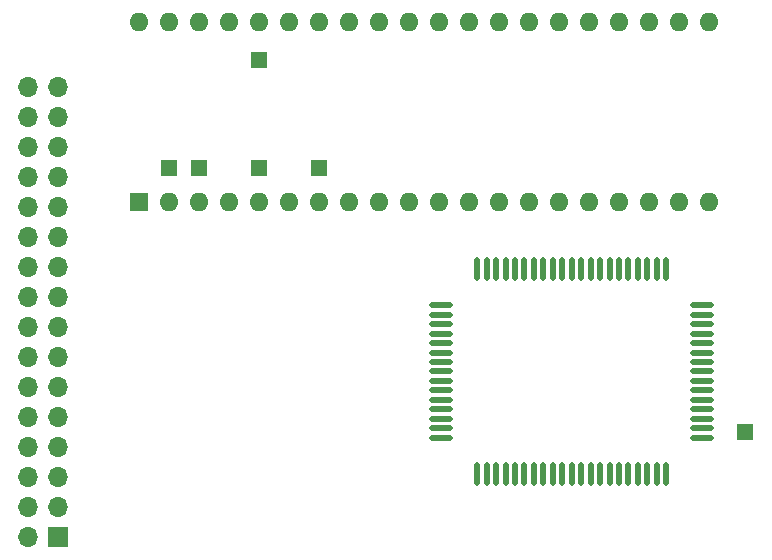
<source format=gbr>
%TF.GenerationSoftware,KiCad,Pcbnew,7.0.9-7.0.9~ubuntu20.04.1*%
%TF.CreationDate,2023-12-28T06:23:10+01:00*%
%TF.ProjectId,M50747_FP,4d353037-3437-45f4-9650-2e6b69636164,rev?*%
%TF.SameCoordinates,Original*%
%TF.FileFunction,Soldermask,Top*%
%TF.FilePolarity,Negative*%
%FSLAX46Y46*%
G04 Gerber Fmt 4.6, Leading zero omitted, Abs format (unit mm)*
G04 Created by KiCad (PCBNEW 7.0.9-7.0.9~ubuntu20.04.1) date 2023-12-28 06:23:10*
%MOMM*%
%LPD*%
G01*
G04 APERTURE LIST*
%ADD10O,0.500000X2.000000*%
%ADD11O,2.000000X0.500000*%
%ADD12R,1.350000X1.350000*%
%ADD13R,1.600000X1.600000*%
%ADD14O,1.600000X1.600000*%
%ADD15R,1.700000X1.700000*%
%ADD16O,1.700000X1.700000*%
G04 APERTURE END LIST*
D10*
%TO.C,U1*%
X202338000Y-75692000D03*
X203138000Y-75692000D03*
X203938000Y-75692000D03*
X204738000Y-75692000D03*
X205538000Y-75692000D03*
X206338000Y-75692000D03*
X207138000Y-75692000D03*
X207938000Y-75692000D03*
X208738000Y-75692000D03*
X209538000Y-75692000D03*
X210338000Y-75692000D03*
X211138000Y-75692000D03*
X211938000Y-75692000D03*
X212738000Y-75692000D03*
X213538000Y-75692000D03*
X214338000Y-75692000D03*
X215138000Y-75692000D03*
X215938000Y-75692000D03*
X216738000Y-75692000D03*
X217538000Y-75692000D03*
X218338000Y-75692000D03*
D11*
X221388000Y-72642000D03*
X221388000Y-71842000D03*
X221388000Y-71042000D03*
X221388000Y-70242000D03*
X221388000Y-69442000D03*
X221388000Y-68642000D03*
X221388000Y-67842000D03*
X221388000Y-67042000D03*
X221388000Y-66242000D03*
X221388000Y-65442000D03*
X221388000Y-64642000D03*
X221388000Y-63842000D03*
X221388000Y-63042000D03*
X221388000Y-62242000D03*
X221388000Y-61442000D03*
D10*
X218338000Y-58392000D03*
X217538000Y-58392000D03*
X216738000Y-58392000D03*
X215938000Y-58392000D03*
X215138000Y-58392000D03*
X214338000Y-58392000D03*
X213538000Y-58392000D03*
X212738000Y-58392000D03*
X211938000Y-58392000D03*
X211138000Y-58392000D03*
X210338000Y-58392000D03*
X209538000Y-58392000D03*
X208738000Y-58392000D03*
X207938000Y-58392000D03*
X207138000Y-58392000D03*
X206338000Y-58392000D03*
X205538000Y-58392000D03*
X204738000Y-58392000D03*
X203938000Y-58392000D03*
X203138000Y-58392000D03*
X202338000Y-58392000D03*
D11*
X199288000Y-61442000D03*
X199288000Y-62242000D03*
X199288000Y-63042000D03*
X199288000Y-63842000D03*
X199288000Y-64642000D03*
X199288000Y-65442000D03*
X199288000Y-66242000D03*
X199288000Y-67042000D03*
X199288000Y-67842000D03*
X199288000Y-68642000D03*
X199288000Y-69442000D03*
X199288000Y-70242000D03*
X199288000Y-71042000D03*
X199288000Y-71842000D03*
X199288000Y-72642000D03*
%TD*%
D12*
%TO.C,J4*%
X183896000Y-40640000D03*
%TD*%
D13*
%TO.C,U3*%
X173736000Y-52730400D03*
D14*
X176276000Y-52730400D03*
X178816000Y-52730400D03*
X181356000Y-52730400D03*
X183896000Y-52730400D03*
X186436000Y-52730400D03*
X188976000Y-52730400D03*
X191516000Y-52730400D03*
X194056000Y-52730400D03*
X196596000Y-52730400D03*
X199136000Y-52730400D03*
X201676000Y-52730400D03*
X204216000Y-52730400D03*
X206756000Y-52730400D03*
X209296000Y-52730400D03*
X211836000Y-52730400D03*
X214376000Y-52730400D03*
X216916000Y-52730400D03*
X219456000Y-52730400D03*
X221996000Y-52730400D03*
X221996000Y-37490400D03*
X219456000Y-37490400D03*
X216916000Y-37490400D03*
X214376000Y-37490400D03*
X211836000Y-37490400D03*
X209296000Y-37490400D03*
X206756000Y-37490400D03*
X204216000Y-37490400D03*
X201676000Y-37490400D03*
X199136000Y-37490400D03*
X196596000Y-37490400D03*
X194056000Y-37490400D03*
X191516000Y-37490400D03*
X188976000Y-37490400D03*
X186436000Y-37490400D03*
X183896000Y-37490400D03*
X181356000Y-37490400D03*
X178816000Y-37490400D03*
X176276000Y-37490400D03*
X173736000Y-37490400D03*
%TD*%
D15*
%TO.C,J1*%
X166878000Y-81026000D03*
D16*
X164338000Y-81026000D03*
X166878000Y-78486000D03*
X164338000Y-78486000D03*
X166878000Y-75946000D03*
X164338000Y-75946000D03*
X166878000Y-73406000D03*
X164338000Y-73406000D03*
X166878000Y-70866000D03*
X164338000Y-70866000D03*
X166878000Y-68326000D03*
X164338000Y-68326000D03*
X166878000Y-65786000D03*
X164338000Y-65786000D03*
X166878000Y-63246000D03*
X164338000Y-63246000D03*
X166878000Y-60706000D03*
X164338000Y-60706000D03*
X166878000Y-58166000D03*
X164338000Y-58166000D03*
X166878000Y-55626000D03*
X164338000Y-55626000D03*
X166878000Y-53086000D03*
X164338000Y-53086000D03*
X166878000Y-50546000D03*
X164338000Y-50546000D03*
X166878000Y-48006000D03*
X164338000Y-48006000D03*
X166878000Y-45466000D03*
X164338000Y-45466000D03*
X166878000Y-42926000D03*
X164338000Y-42926000D03*
%TD*%
D12*
%TO.C,J7*%
X188976000Y-49784000D03*
%TD*%
%TO.C,J6*%
X183896000Y-49784000D03*
%TD*%
%TO.C,J2*%
X225044000Y-72136000D03*
%TD*%
%TO.C,J8*%
X176276000Y-49784000D03*
%TD*%
%TO.C,J3*%
X178816000Y-49784000D03*
%TD*%
M02*

</source>
